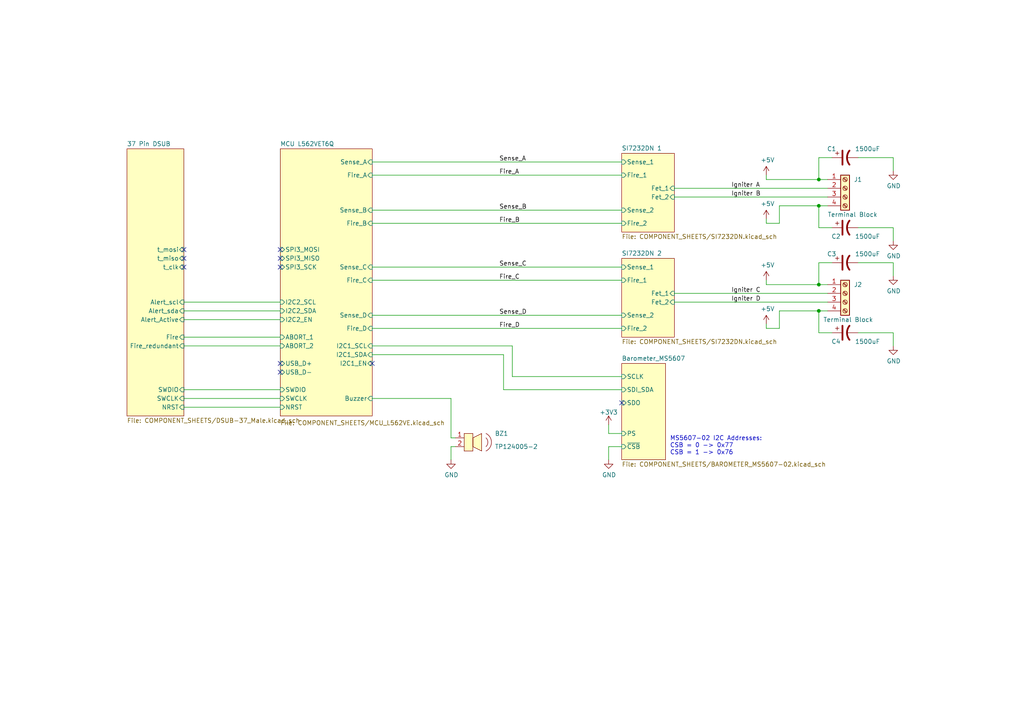
<source format=kicad_sch>
(kicad_sch (version 20211123) (generator eeschema)
  (paper "A4")
  (title_block (title "Charges PCB Schematic") (date "2021-10-026") (rev "v1.0.3") (company "Missouri S&T Rocket Design Team '21 (Jacob King)") (comment 1 "https://github.com/MSTRocketDesignTeam/Avionics-Charges-PCB") (comment 2 "Intended as initial pre-production design") (comment 3 "Schematic depicting logical connections between components"))
  (lib_symbols
    (symbol "Connector:Screw_Terminal_01x04" (pin_names (offset 1.016) hide)
      (property "Reference" "J" (at 0 5.08 0))
      (property "Value" "Screw_Terminal_01x04" (at 0 -7.62 0))
      (symbol "Screw_Terminal_01x04_1_1"
        (rectangle (start -1.27 3.81) (end 1.27 -6.35) (stroke (width 0.254)) (fill (type background)))
        (circle (center 0 -5.08) (radius 0.635) (stroke (width 0.1524)))
        (circle (center 0 -2.54) (radius 0.635) (stroke (width 0.1524)))
        (polyline (pts (xy -0.5334 -4.7498) (xy 0.3302 -5.588)) (stroke (width 0.1524)))
        (polyline (pts (xy -0.5334 -2.2098) (xy 0.3302 -3.048)) (stroke (width 0.1524)))
        (polyline (pts (xy -0.5334 0.3302) (xy 0.3302 -0.508)) (stroke (width 0.1524)))
        (polyline (pts (xy -0.5334 2.8702) (xy 0.3302 2.032)) (stroke (width 0.1524)))
        (polyline (pts (xy -0.3556 -4.572) (xy 0.508 -5.4102)) (stroke (width 0.1524)))
        (polyline (pts (xy -0.3556 -2.032) (xy 0.508 -2.8702)) (stroke (width 0.1524)))
        (polyline (pts (xy -0.3556 0.508) (xy 0.508 -0.3302)) (stroke (width 0.1524)))
        (polyline (pts (xy -0.3556 3.048) (xy 0.508 2.2098)) (stroke (width 0.1524)))
        (circle (center 0 0) (radius 0.635) (stroke (width 0.1524)))
        (circle (center 0 2.54) (radius 0.635) (stroke (width 0.1524)))
        (pin passive line (at -5.08 2.54 0) (length 3.81) (name "Pin_1") (number "1"))
        (pin passive line (at -5.08 0 0) (length 3.81) (name "Pin_2") (number "2"))
        (pin passive line (at -5.08 -2.54 0) (length 3.81) (name "Pin_3") (number "3"))
        (pin passive line (at -5.08 -5.08 0) (length 3.81) (name "Pin_4") (number "4"))
      )
    )
    (symbol "Device:C_Polarized_US" (pin_numbers hide) (pin_names (offset 0.254) hide)
      (property "Reference" "C" (at 0.635 2.54 0))
      (property "Value" "C_Polarized_US" (at 0.635 -2.54 0))
      (symbol "C_Polarized_US_0_1"
        (polyline (pts (xy -2.032 0.762) (xy 2.032 0.762)) (stroke (width 0.508)))
        (polyline (pts (xy -1.778 2.286) (xy -0.762 2.286)))
        (polyline (pts (xy -1.27 1.778) (xy -1.27 2.794)))
        (arc (start 2.032 -1.27) (mid 0 -0.5572) (end -2.032 -1.27) (stroke (width 0.508)))
      )
      (symbol "C_Polarized_US_1_1"
        (pin passive line (at 0 3.81 270) (length 2.794) (name "~") (number "1"))
        (pin passive line (at 0 -3.81 90) (length 3.302) (name "~") (number "2"))
      )
    )
    (symbol "dk_Alarms-Buzzers-and-Sirens:PKMCS0909E4000-R1" (pin_names (offset 0.0254))
      (property "Reference" "BZ" (at 0 5.08 0))
      (property "Value" "PKMCS0909E4000-R1" (at -2.54 -2.54 0))
      (symbol "PKMCS0909E4000-R1_0_1"
        (polyline (pts (xy 2.54 2.54) (xy 5.08 3.81) (xy 5.08 -1.27) (xy 2.54 0) (xy 2.54 2.54)) (fill (type background)))
        (rectangle (start 0 3.81) (end 2.54 -1.27) (fill (type background)))
        (arc (start 6.35 -1.27) (mid 7.9198 1.27) (end 6.35 3.81))
        (arc (start 6.35 0) (mid 6.8761 1.27) (end 6.35 2.54))
      )
      (symbol "PKMCS0909E4000-R1_1_1"
        (pin input line (at -2.54 2.54 0) (length 2.54) (name "~") (number "1"))
        (pin input line (at -2.54 0 0) (length 2.54) (name "~") (number "2"))
      )
    )
    (symbol "power:+3.3V" (power) (pin_names (offset 0))
      (property "Value" "+3.3V" (at 0 3.556 0))
      (symbol "+3.3V_0_1"
        (polyline (pts (xy -0.762 1.27) (xy 0 2.54)))
        (polyline (pts (xy 0 0) (xy 0 2.54)))
        (polyline (pts (xy 0 2.54) (xy 0.762 1.27)))
      )
      (symbol "+3.3V_1_1"
        (pin power_in line (at 0 0 90) (length 0) hide (name "+3V3") (number "1"))
      )
    )
    (symbol "power:+5V" (power) (pin_names (offset 0))
      (property "Value" "+5V" (at 0 3.556 0))
      (symbol "+5V_0_1"
        (polyline (pts (xy -0.762 1.27) (xy 0 2.54)))
        (polyline (pts (xy 0 0) (xy 0 2.54)))
        (polyline (pts (xy 0 2.54) (xy 0.762 1.27)))
      )
      (symbol "+5V_1_1"
        (pin power_in line (at 0 0 90) (length 0) hide (name "+5V") (number "1"))
      )
    )
    (symbol "power:GND" (power) (pin_names (offset 0))
      (property "Value" "GND" (at 0 -3.81 0))
      (symbol "GND_0_1"
        (polyline (pts (xy 0 0) (xy 0 -1.27) (xy 1.27 -1.27) (xy 0 -2.54) (xy -1.27 -1.27) (xy 0 -1.27)))
      )
      (symbol "GND_1_1"
        (pin power_in line (at 0 0 270) (length 0) hide (name "GND") (number "1"))
      )
    )
  )
  (junction (at 237.49 82.55))
  (junction (at 237.49 52.07))
  (junction (at 237.49 90.17))
  (junction (at 237.49 59.69))
  (no_connect (at 53.34 77.47))
  (no_connect (at 81.28 77.47))
  (no_connect (at 81.28 74.93))
  (no_connect (at 107.95 105.41))
  (no_connect (at 81.28 105.41))
  (no_connect (at 81.28 72.39))
  (no_connect (at 180.34 116.84))
  (no_connect (at 81.28 107.95))
  (no_connect (at 53.34 74.93))
  (no_connect (at 53.34 72.39))
  (wire (pts (xy 237.49 90.17) (xy 240.03 90.17)))
  (wire (pts (xy 237.49 76.2) (xy 237.49 82.55)))
  (wire (pts (xy 222.25 82.55) (xy 237.49 82.55)))
  (wire (pts (xy 248.92 96.52) (xy 259.08 96.52)))
  (wire (pts (xy 241.3 96.52) (xy 237.49 96.52)))
  (wire (pts (xy 237.49 90.17) (xy 237.49 96.52)))
  (wire (pts (xy 222.25 93.98) (xy 222.25 95.25)))
  (wire (pts (xy 222.25 50.8) (xy 222.25 52.07)))
  (wire (pts (xy 248.92 76.2) (xy 259.08 76.2)))
  (wire (pts (xy 237.49 52.07) (xy 240.03 52.07)))
  (wire (pts (xy 53.34 118.11) (xy 81.28 118.11)))
  (wire (pts (xy 53.34 92.71) (xy 81.28 92.71)))
  (wire (pts (xy 146.05 102.87) (xy 146.05 113.03)))
  (wire (pts (xy 130.81 127) (xy 132.08 127)))
  (wire (pts (xy 222.25 52.07) (xy 237.49 52.07)))
  (wire (pts (xy 241.3 76.2) (xy 237.49 76.2)))
  (wire (pts (xy 107.95 81.28) (xy 180.34 81.28)))
  (wire (pts (xy 148.59 100.33) (xy 148.59 109.22)))
  (wire (pts (xy 130.81 129.54) (xy 132.08 129.54)))
  (wire (pts (xy 53.34 87.63) (xy 81.28 87.63)))
  (wire (pts (xy 107.95 50.8) (xy 180.34 50.8)))
  (wire (pts (xy 176.53 129.54) (xy 176.53 133.35)))
  (wire (pts (xy 259.08 66.04) (xy 259.08 69.85)))
  (wire (pts (xy 107.95 91.44) (xy 180.34 91.44)))
  (wire (pts (xy 130.81 115.57) (xy 130.81 127)))
  (wire (pts (xy 237.49 59.69) (xy 237.49 66.04)))
  (wire (pts (xy 53.34 100.33) (xy 81.28 100.33)))
  (wire (pts (xy 180.34 113.03) (xy 146.05 113.03)))
  (wire (pts (xy 130.81 129.54) (xy 130.81 133.35)))
  (wire (pts (xy 259.08 76.2) (xy 259.08 80.01)))
  (wire (pts (xy 195.58 87.63) (xy 240.03 87.63)))
  (wire (pts (xy 180.34 129.54) (xy 176.53 129.54)))
  (wire (pts (xy 226.06 90.17) (xy 237.49 90.17)))
  (wire (pts (xy 222.25 81.28) (xy 222.25 82.55)))
  (wire (pts (xy 241.3 45.72) (xy 237.49 45.72)))
  (wire (pts (xy 237.49 59.69) (xy 240.03 59.69)))
  (wire (pts (xy 53.34 115.57) (xy 81.28 115.57)))
  (wire (pts (xy 237.49 82.55) (xy 240.03 82.55)))
  (wire (pts (xy 222.25 64.77) (xy 226.06 64.77)))
  (wire (pts (xy 259.08 45.72) (xy 259.08 49.53)))
  (wire (pts (xy 176.53 125.73) (xy 180.34 125.73)))
  (wire (pts (xy 176.53 123.19) (xy 176.53 125.73)))
  (wire (pts (xy 107.95 77.47) (xy 180.34 77.47)))
  (wire (pts (xy 226.06 64.77) (xy 226.06 59.69)))
  (wire (pts (xy 53.34 90.17) (xy 81.28 90.17)))
  (wire (pts (xy 107.95 95.25) (xy 180.34 95.25)))
  (wire (pts (xy 107.95 102.87) (xy 146.05 102.87)))
  (wire (pts (xy 195.58 85.09) (xy 240.03 85.09)))
  (wire (pts (xy 237.49 45.72) (xy 237.49 52.07)))
  (wire (pts (xy 248.92 45.72) (xy 259.08 45.72)))
  (wire (pts (xy 53.34 113.03) (xy 81.28 113.03)))
  (wire (pts (xy 53.34 97.79) (xy 81.28 97.79)))
  (wire (pts (xy 107.95 115.57) (xy 130.81 115.57)))
  (wire (pts (xy 259.08 96.52) (xy 259.08 100.33)))
  (wire (pts (xy 107.95 46.99) (xy 180.34 46.99)))
  (wire (pts (xy 195.58 54.61) (xy 240.03 54.61)))
  (wire (pts (xy 222.25 63.5) (xy 222.25 64.77)))
  (wire (pts (xy 107.95 60.96) (xy 180.34 60.96)))
  (wire (pts (xy 107.95 64.77) (xy 180.34 64.77)))
  (wire (pts (xy 148.59 109.22) (xy 180.34 109.22)))
  (wire (pts (xy 107.95 100.33) (xy 148.59 100.33)))
  (wire (pts (xy 226.06 95.25) (xy 226.06 90.17)))
  (wire (pts (xy 222.25 95.25) (xy 226.06 95.25)))
  (wire (pts (xy 195.58 57.15) (xy 240.03 57.15)))
  (wire (pts (xy 248.92 66.04) (xy 259.08 66.04)))
  (wire (pts (xy 241.3 66.04) (xy 237.49 66.04)))
  (wire (pts (xy 226.06 59.69) (xy 237.49 59.69)))
  (text "MS5607-02 I2C Addresses:\nCSB = 0 -> 0x77\nCSB = 1 -> 0x76" (at 194.31 132.08 0) (effects (font (size 1.27 1.27)) (justify left bottom)))
  (label "Igniter C" (at 212.09 85.09 0))
  (label "Igniter D" (at 212.09 87.63 0))
  (label "Sense_B" (at 144.78 60.96 0))
  (label "Fire_A" (at 144.78 50.8 0))
  (label "Sense_A" (at 144.78 46.99 0))
  (label "Igniter A" (at 212.09 54.61 0))
  (label "Sense_D" (at 144.78 91.44 0))
  (label "Sense_C" (at 144.78 77.47 0))
  (label "Fire_B" (at 144.78 64.77 0))
  (label "Igniter B" (at 212.09 57.15 0))
  (label "Fire_D" (at 144.78 95.25 0))
  (label "Fire_C" (at 144.78 81.28 0))
  (symbol (lib_id "Device:C_Polarized_US") (at 245.11 96.52 90) (mirror x) (unit 1)
    (property "Reference" "C4" (at 243.84 99.06 90) (effects (justify left)))
    (property "Value" "1500uF" (at 255.27 99.06 90) (effects (justify left)))
    (property "Footprint" "Capacitor_THT:CP_Axial_L18.0mm_D6.5mm_P25.00mm_Horizontal" (effects hide))
  )
  (symbol (lib_id "Connector:Screw_Terminal_01x04") (at 245.11 85.09 0) (unit 1)
    (property "Reference" "J2" (at 247.65 82.55 0) (effects (justify left)))
    (property "Value" "Terminal Block" (at 238.76 92.71 0) (effects (justify left)))
    (property "Footprint" "RDT_Custom_Footprints:TB00250004BE" (effects hide))
    (property "Datasheet" "https://componentsearchengine.com/Datasheets/1/TB002-500-04BE.pdf" (effects hide))
    (property "Description" "Fixed Terminal Blocks screw type, 5.00 , horizontal, 4 poles, CUI Blue, slotted screw, PCB mount" (effects hide))
    (property "Height" "10" (effects hide))
    (property "Mouser Part Number" "490-TB002-500-04BE" (effects hide))
    (property "Mouser Price/Stock" "https://www.mouser.co.uk/ProductDetail/CUI-Devices/TB002-500-04BE?qs=vLWxofP3U2xeSOvlh9kMGw%3D%3D" (effects hide))
    (property "Manufacturer_Name" "CUI Inc." (effects hide))
    (property "Manufacturer_Part_Number" "TB002-500-04BE" (effects hide))
  )
  (symbol (lib_id "power:GND") (at 176.53 133.35 0) (unit 1)
    (property "Reference" "#PWR03" (effects hide))
    (property "Value" "GND" (at 176.657 137.7442 0))
  )
  (symbol (lib_id "Device:C_Polarized_US") (at 245.11 66.04 90) (mirror x) (unit 1)
    (property "Reference" "C2" (at 243.84 68.58 90) (effects (justify left)))
    (property "Value" "1500uF" (at 255.27 68.58 90) (effects (justify left)))
    (property "Footprint" "Capacitor_THT:CP_Axial_L18.0mm_D6.5mm_P25.00mm_Horizontal" (effects hide))
  )
  (symbol (lib_id "Connector:Screw_Terminal_01x04") (at 245.11 54.61 0) (unit 1)
    (property "Reference" "J1" (at 247.65 52.07 0) (effects (justify left)))
    (property "Value" "Terminal Block" (at 240.03 62.23 0) (effects (justify left)))
    (property "Footprint" "RDT_Custom_Footprints:TB00250004BE" (effects hide))
    (property "Datasheet" "https://componentsearchengine.com/Datasheets/1/TB002-500-04BE.pdf" (effects hide))
    (property "Description" "Fixed Terminal Blocks screw type, 5.00 , horizontal, 4 poles, CUI Blue, slotted screw, PCB mount" (effects hide))
    (property "Height" "10" (effects hide))
    (property "Mouser Part Number" "490-TB002-500-04BE" (effects hide))
    (property "Mouser Price/Stock" "https://www.mouser.co.uk/ProductDetail/CUI-Devices/TB002-500-04BE?qs=vLWxofP3U2xeSOvlh9kMGw%3D%3D" (effects hide))
    (property "Manufacturer_Name" "CUI Inc." (effects hide))
    (property "Manufacturer_Part_Number" "TB002-500-04BE" (effects hide))
  )
  (symbol (lib_id "dk_Alarms-Buzzers-and-Sirens:PKMCS0909E4000-R1") (at 134.62 129.54 0) (unit 1)
    (property "Reference" "BZ1" (at 143.51 125.73 0) (effects (justify left)))
    (property "Value" "TP124005-2" (at 143.51 129.54 0) (effects (justify left)))
    (property "Footprint" "Buzzer_Beeper:Buzzer_TDK_PS1240P02BT_D12.2mm_H6.5mm" (effects hide))
    (property "Description" "Speakers & Transducers Piezo Transducer" (effects hide))
    (property "Height" "7.3" (effects hide))
    (property "Mouser Part Number" "497-TP124005-2" (effects hide))
    (property "Mouser Price/Stock" "https://www.mouser.co.uk/ProductDetail/DB-Unlimited/TP124005-2?qs=Ip090ROfjuEdkpJRQQNuSA%3D%3D" (effects hide))
    (property "Manufacturer_Name" "DB Unlimited" (effects hide))
    (property "Manufacturer_Part_Number" "TP124005-2" (effects hide))
  )
  (symbol (lib_id "power:GND") (at 259.08 100.33 0) (unit 1)
    (property "Reference" "#PWR011" (effects hide))
    (property "Value" "GND" (at 259.207 104.7242 0))
  )
  (symbol (lib_id "power:+5V") (at 222.25 63.5 0) (unit 1)
    (property "Reference" "#PWR05" (effects hide))
    (property "Value" "+5V" (at 222.631 59.1058 0))
  )
  (symbol (lib_id "Device:C_Polarized_US") (at 245.11 45.72 90) (mirror x) (unit 1)
    (property "Reference" "C1" (at 242.57 43.18 90) (effects (justify left)))
    (property "Value" "1500uF" (at 255.27 43.18 90) (effects (justify left)))
    (property "Footprint" "Capacitor_THT:CP_Axial_L18.0mm_D6.5mm_P25.00mm_Horizontal" (effects hide))
  )
  (symbol (lib_id "power:+5V") (at 222.25 81.28 0) (unit 1)
    (property "Reference" "#PWR06" (effects hide))
    (property "Value" "+5V" (at 222.631 76.8858 0))
  )
  (symbol (lib_id "power:GND") (at 130.81 133.35 0) (unit 1)
    (property "Reference" "#PWR01" (effects hide))
    (property "Value" "GND" (at 130.937 137.7442 0))
  )
  (symbol (lib_id "Device:C_Polarized_US") (at 245.11 76.2 90) (mirror x) (unit 1)
    (property "Reference" "C3" (at 242.57 73.66 90) (effects (justify left)))
    (property "Value" "1500uF" (at 255.27 73.66 90) (effects (justify left)))
    (property "Footprint" "Capacitor_THT:CP_Axial_L18.0mm_D6.5mm_P25.00mm_Horizontal" (effects hide))
  )
  (symbol (lib_id "power:+5V") (at 222.25 50.8 0) (unit 1)
    (property "Reference" "#PWR04" (effects hide))
    (property "Value" "+5V" (at 222.631 46.4058 0))
  )
  (symbol (lib_id "power:+5V") (at 222.25 93.98 0) (unit 1)
    (property "Reference" "#PWR07" (effects hide))
    (property "Value" "+5V" (at 222.631 89.5858 0))
  )
  (symbol (lib_id "power:GND") (at 259.08 80.01 0) (unit 1)
    (property "Reference" "#PWR010" (effects hide))
    (property "Value" "GND" (at 259.207 84.4042 0))
  )
  (symbol (lib_id "power:GND") (at 259.08 69.85 0) (unit 1)
    (property "Reference" "#PWR09" (effects hide))
    (property "Value" "GND" (at 259.207 74.2442 0))
  )
  (symbol (lib_id "power:+3.3V") (at 176.53 123.19 0) (unit 1)
    (property "Reference" "#PWR02" (effects hide))
    (property "Value" "+3.3V" (at 176.53 119.5855 0))
  )
  (symbol (lib_id "power:GND") (at 259.08 49.53 0) (unit 1)
    (property "Reference" "#PWR08" (effects hide))
    (property "Value" "GND" (at 259.207 53.9242 0))
  )
  (sheet (at 180.34 44.45) (size 15.24 22.86) (stroke (width 0.1524)) (fill (color 255 255 194 1.0000))
    (property "Sheet name" "SI7232DN 1" (at 180.34 43.7384 0) (effects (justify left bottom)))
    (property "Sheet file" "COMPONENT_SHEETS\\SI7232DN.kicad_sch" (at 180.34 67.8946 0) (effects (justify left top)))
    (pin "Fet_2" input (at 195.58 57.15 0))
    (pin "Sense_2" input (at 180.34 60.96 180))
    (pin "Fet_1" input (at 195.58 54.61 0))
    (pin "Sense_1" input (at 180.34 46.99 180))
    (pin "Fire_1" input (at 180.34 50.8 180))
    (pin "Fire_2" input (at 180.34 64.77 180))
  )
  (sheet (at 180.34 105.41) (size 12.7 27.94) (fill (color 255 255 194 1.0000))
    (property "Sheet name" "Barometer_MS5607" (at 180.34 104.6984 0) (effects (justify left bottom)))
    (property "Sheet file" "COMPONENT_SHEETS\\BAROMETER_MS5607-02.kicad_sch" (at 180.34 133.9346 0) (effects (justify left top)))
    (pin "SDI_SDA" input (at 180.34 113.03 180))
    (pin "SCLK" input (at 180.34 109.22 180))
    (pin "SDO" input (at 180.34 116.84 180))
    (pin "~{CSB}" input (at 180.34 129.54 180))
    (pin "PS" input (at 180.34 125.73 180))
  )
  (sheet (at 36.83 43.18) (size 16.51 77.47) (fill (color 255 255 194 1.0000))
    (property "Sheet name" "37 Pin DSUB" (at 36.83 42.4684 0) (effects (justify left bottom)))
    (property "Sheet file" "COMPONENT_SHEETS\\DSUB-37_Male.kicad_sch" (at 36.83 121.2346 0) (effects (justify left top)))
    (pin "t_mosi" input (at 53.34 72.39 0))
    (pin "t_miso" input (at 53.34 74.93 0))
    (pin "t_clk" input (at 53.34 77.47 0))
    (pin "Alert_scl" input (at 53.34 87.63 0))
    (pin "Alert_sda" input (at 53.34 90.17 0))
    (pin "Alert_Active" input (at 53.34 92.71 0))
    (pin "SWDIO" input (at 53.34 113.03 0))
    (pin "SWCLK" input (at 53.34 115.57 0))
    (pin "NRST" input (at 53.34 118.11 0))
    (pin "Fire" input (at 53.34 97.79 0))
    (pin "Fire_redundant" input (at 53.34 100.33 0))
  )
  (sheet (at 81.28 43.18) (size 26.67 77.47) (stroke (width 0.1524)) (fill (color 255 255 194 1.0000))
    (property "Sheet name" "MCU L562VET6Q" (at 81.28 42.4684 0) (effects (justify left bottom)))
    (property "Sheet file" "COMPONENT_SHEETS\\MCU_L562VE.kicad_sch" (at 81.28 121.92 0) (effects (justify left top)))
    (pin "I2C1_EN" input (at 107.95 105.41 0))
    (pin "USB_D+" input (at 81.28 105.41 180))
    (pin "USB_D-" input (at 81.28 107.95 180))
    (pin "I2C1_SCL" input (at 107.95 100.33 0))
    (pin "I2C1_SDA" input (at 107.95 102.87 0))
    (pin "Fire_C" input (at 107.95 81.28 0))
    (pin "Sense_C" input (at 107.95 77.47 0))
    (pin "Fire_D" input (at 107.95 95.25 0))
    (pin "Sense_D" input (at 107.95 91.44 0))
    (pin "Fire_B" input (at 107.95 64.77 0))
    (pin "Sense_A" input (at 107.95 46.99 0))
    (pin "NRST" input (at 81.28 118.11 180))
    (pin "ABORT_1" input (at 81.28 97.79 180))
    (pin "ABORT_2" input (at 81.28 100.33 180))
    (pin "SPI3_MOSI" input (at 81.28 72.39 180))
    (pin "SPI3_SCK" input (at 81.28 77.47 180))
    (pin "SPI3_MISO" input (at 81.28 74.93 180))
    (pin "Fire_A" input (at 107.95 50.8 0))
    (pin "Sense_B" input (at 107.95 60.96 0))
    (pin "SWCLK" input (at 81.28 115.57 180))
    (pin "SWDIO" input (at 81.28 113.03 180))
    (pin "Buzzer" input (at 107.95 115.57 0))
    (pin "I2C2_SCL" input (at 81.28 87.63 180))
    (pin "I2C2_SDA" input (at 81.28 90.17 180))
    (pin "I2C2_EN" input (at 81.28 92.71 180))
  )
  (sheet (at 180.34 74.93) (size 15.24 22.86) (stroke (width 0.1524)) (fill (color 255 255 194 1.0000))
    (property "Sheet name" "SI7232DN 2" (at 180.34 74.2184 0) (effects (justify left bottom)))
    (property "Sheet file" "COMPONENT_SHEETS\\SI7232DN.kicad_sch" (at 180.34 98.3746 0) (effects (justify left top)))
    (pin "Fet_2" input (at 195.58 87.63 0))
    (pin "Sense_2" input (at 180.34 91.44 180))
    (pin "Fet_1" input (at 195.58 85.09 0))
    (pin "Sense_1" input (at 180.34 77.47 180))
    (pin "Fire_1" input (at 180.34 81.28 180))
    (pin "Fire_2" input (at 180.34 95.25 180))
  )
)
</source>
